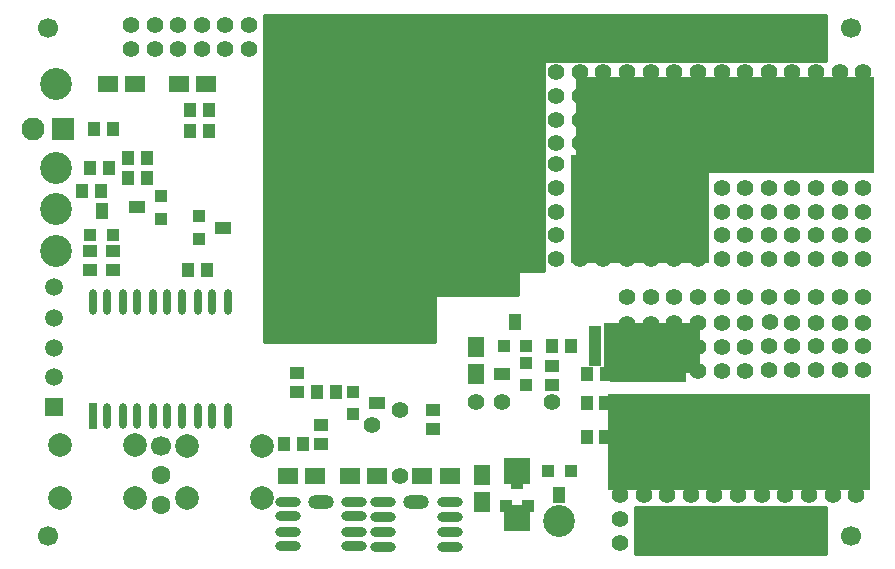
<source format=gts>
%FSLAX42Y42*%
%MOMM*%
G71*
G01*
G75*
%ADD10C,0.45*%
%ADD11O,2.00X1.00*%
%ADD12R,1.50X1.25*%
%ADD13O,0.50X2.00*%
%ADD14R,0.80X0.95*%
%ADD15R,0.90X0.95*%
%ADD16R,0.91X0.91*%
%ADD17R,1.27X0.91*%
%ADD18R,0.91X1.27*%
%ADD19R,0.90X0.90*%
%ADD20R,0.90X1.25*%
%ADD21R,2.00X2.00*%
%ADD22R,0.90X3.20*%
%ADD23R,11.50X9.00*%
%ADD24R,6.35X1.52*%
%ADD25R,1.25X1.50*%
%ADD26R,0.95X0.80*%
%ADD27R,0.95X0.90*%
%ADD28O,2.00X0.60*%
%ADD29R,3.20X1.00*%
%ADD30R,0.50X2.00*%
%ADD31R,8.00X4.00*%
%ADD32C,0.50*%
%ADD33C,0.30*%
%ADD34C,1.20*%
%ADD35C,2.50*%
%ADD36C,1.40*%
%ADD37C,1.50*%
%ADD38C,1.80*%
%ADD39R,22.00X8.00*%
%ADD40R,1.75X1.75*%
%ADD41C,1.75*%
%ADD42R,25.00X8.00*%
%ADD43R,1.30X1.30*%
%ADD44C,1.30*%
%ADD45O,2.20X1.20*%
%ADD46R,1.70X1.45*%
%ADD47O,0.70X2.20*%
%ADD48R,1.00X1.15*%
%ADD49R,1.10X1.15*%
%ADD50R,1.12X1.12*%
%ADD51R,1.47X1.12*%
%ADD52R,1.12X1.47*%
%ADD53R,1.10X1.10*%
%ADD54R,1.10X1.45*%
%ADD55R,2.20X2.20*%
%ADD56R,1.10X3.40*%
%ADD57R,11.70X9.20*%
%ADD58R,6.55X1.73*%
%ADD59R,1.45X1.70*%
%ADD60R,1.15X1.00*%
%ADD61R,1.15X1.10*%
%ADD62O,2.20X0.80*%
%ADD63R,3.40X1.20*%
%ADD64R,0.70X2.20*%
%ADD65R,8.20X4.20*%
%ADD66C,1.40*%
%ADD67C,2.70*%
%ADD68C,1.60*%
%ADD69C,1.70*%
%ADD70C,2.00*%
%ADD71R,22.20X8.20*%
%ADD72R,1.95X1.95*%
%ADD73C,1.95*%
%ADD74R,25.20X8.20*%
%ADD75R,1.50X1.50*%
%ADD76C,1.50*%
D10*
X11432Y-2292D02*
Y-1915D01*
X11400Y-2292D02*
Y-1915D01*
X11360Y-2292D02*
Y-1915D01*
X11320Y-2292D02*
Y-1915D01*
X11280Y-2292D02*
Y-1915D01*
X11240Y-2292D02*
Y-1915D01*
X11200Y-2292D02*
Y-1915D01*
X11160Y-2292D02*
Y-1915D01*
X11120Y-2292D02*
Y-1915D01*
X11080Y-2292D02*
Y-1915D01*
X11040Y-2292D02*
Y-1915D01*
X11000Y-2292D02*
Y-1915D01*
X10960Y-2292D02*
Y-1915D01*
X10920Y-2292D02*
Y-1915D01*
X10880Y-2292D02*
Y-1915D01*
X10840Y-2292D02*
Y-1915D01*
X10800Y-2292D02*
Y-1915D01*
X10760Y-2292D02*
Y-1915D01*
X10720Y-2292D02*
Y-1915D01*
X10680Y-2292D02*
Y-1915D01*
X10640Y-2292D02*
Y-1915D01*
X10600Y-2292D02*
Y-1915D01*
X10560Y-2292D02*
Y-1915D01*
X10520Y-2292D02*
Y-1915D01*
X10480Y-2292D02*
Y-1915D01*
X10440Y-2292D02*
Y-1915D01*
X10400Y-2292D02*
Y-1915D01*
X9825D02*
X11432D01*
X9825Y-1920D02*
X11432D01*
X9825Y-1960D02*
X11432D01*
X9825Y-2000D02*
X11432D01*
X9825Y-2040D02*
X11432D01*
X9825Y-2080D02*
X11432D01*
X9825Y-2120D02*
X11432D01*
X10360Y-2292D02*
Y-1915D01*
X10320Y-2292D02*
Y-1915D01*
X9825Y-2160D02*
X11432D01*
X10280Y-2292D02*
Y-1915D01*
X9825Y-2200D02*
X11432D01*
X9825Y-2240D02*
X11432D01*
X9825Y-2280D02*
X11432D01*
X10240Y-2292D02*
Y-1915D01*
X10200Y-2292D02*
Y-1915D01*
X10160Y-2292D02*
Y-1915D01*
X10120Y-2292D02*
Y-1915D01*
X10080Y-2292D02*
Y-1915D01*
X10040Y-2292D02*
Y-1915D01*
X9825Y-2292D02*
X11432D01*
X10000D02*
Y-1915D01*
X9960Y-2292D02*
Y-1915D01*
X9920Y-2292D02*
Y-1915D01*
X9880Y-2292D02*
Y-1915D01*
X9840Y-2292D02*
Y-1915D01*
X9825Y-2292D02*
Y-1915D01*
X8120Y-500D02*
Y-68D01*
X8080Y-500D02*
Y-68D01*
X8040Y-500D02*
Y-68D01*
X8000Y-500D02*
Y-68D01*
X7960Y-500D02*
Y-68D01*
X7920Y-500D02*
Y-68D01*
X7880Y-500D02*
Y-68D01*
X7840Y-500D02*
Y-68D01*
X7800Y-500D02*
Y-68D01*
X7760Y-500D02*
Y-68D01*
X7720Y-500D02*
Y-68D01*
X7680Y-500D02*
Y-68D01*
X7640Y-500D02*
Y-68D01*
X7600Y-500D02*
Y-68D01*
X7560Y-500D02*
Y-68D01*
X7520Y-500D02*
Y-68D01*
X7480Y-500D02*
Y-68D01*
X7440Y-500D02*
Y-68D01*
X7400Y-500D02*
Y-68D01*
X7360Y-500D02*
Y-68D01*
X7320Y-500D02*
Y-68D01*
X7280Y-500D02*
Y-68D01*
X7240Y-500D02*
Y-68D01*
X7200Y-500D02*
Y-68D01*
X7160Y-500D02*
Y-68D01*
X6690D02*
X8120D01*
X6690Y-80D02*
X8120D01*
X6690Y-120D02*
X8120D01*
X6690Y-160D02*
X8120D01*
X6690Y-200D02*
X8120D01*
X6690Y-240D02*
X8120D01*
X6690Y-280D02*
X8120D01*
X6690Y-320D02*
X8120D01*
X7120Y-500D02*
Y-68D01*
X6690Y-360D02*
X8120D01*
X6690Y-400D02*
X8120D01*
X6690Y-440D02*
X8120D01*
X6690Y-480D02*
X8120D01*
X7080Y-500D02*
Y-68D01*
X7040Y-500D02*
Y-68D01*
X7000Y-500D02*
Y-68D01*
X6960Y-500D02*
Y-68D01*
X6920Y-500D02*
Y-68D01*
X6690Y-500D02*
X8120D01*
X6880D02*
Y-68D01*
X6840Y-500D02*
Y-68D01*
X6800Y-500D02*
Y-68D01*
X6760Y-500D02*
Y-68D01*
X6720Y-500D02*
Y-68D01*
X6690Y-500D02*
Y-68D01*
X8720Y1920D02*
X9038D01*
X8720Y1880D02*
X9038D01*
X8720Y1840D02*
X9038D01*
X8720Y1800D02*
X9038D01*
X8720Y1760D02*
X9038D01*
X8720Y1720D02*
X9038D01*
X8720Y1680D02*
X9038D01*
X8720Y1640D02*
X9038D01*
X8720Y1600D02*
X9038D01*
X8720Y1560D02*
X9038D01*
X8720Y1520D02*
X9038D01*
X8720Y1480D02*
X9038D01*
X8720Y1440D02*
X9038D01*
X8720Y1400D02*
X9038D01*
X8720Y1360D02*
X9038D01*
Y102D02*
Y1920D01*
X9000Y102D02*
Y1920D01*
X8720Y1320D02*
X9038D01*
X8720Y1280D02*
X9038D01*
X8720Y1240D02*
X9038D01*
X8720Y1200D02*
X9038D01*
X8720Y102D02*
X9038D01*
X8960D02*
Y1920D01*
X8920Y102D02*
Y1920D01*
X8880Y102D02*
Y1920D01*
X8840Y102D02*
Y1920D01*
X8800Y102D02*
Y1920D01*
X8760Y102D02*
Y1920D01*
X8720Y102D02*
Y1920D01*
Y1160D02*
X9038D01*
X8720Y1120D02*
X9038D01*
X8720Y1080D02*
X9038D01*
X8720Y1040D02*
X9038D01*
X8720Y1000D02*
X9038D01*
X8720Y960D02*
X9038D01*
X8720Y920D02*
X9038D01*
X8720Y880D02*
X9038D01*
X8720Y840D02*
X9038D01*
X8720Y800D02*
X9038D01*
X8720Y760D02*
X9038D01*
X8720Y720D02*
X9038D01*
X8720Y680D02*
X9038D01*
X8720Y640D02*
X9038D01*
X8720Y600D02*
X9038D01*
X8720Y560D02*
X9038D01*
X8720Y520D02*
X9038D01*
X8720Y480D02*
X9038D01*
X8720Y440D02*
X9038D01*
X8720Y400D02*
X9038D01*
X8720Y360D02*
X9038D01*
X8720Y320D02*
X9038D01*
X8720Y102D02*
Y1920D01*
Y280D02*
X9038D01*
X8720Y240D02*
X9038D01*
X8720Y200D02*
X9038D01*
X8720Y160D02*
X9038D01*
X8720Y120D02*
X9038D01*
X11428Y1880D02*
Y2252D01*
X11400Y1880D02*
Y2252D01*
X11360Y1880D02*
Y2252D01*
X11320Y1880D02*
Y2252D01*
X11280Y1880D02*
Y2252D01*
X11240Y1880D02*
Y2252D01*
X11200Y1880D02*
Y2252D01*
X11160Y1880D02*
Y2252D01*
X11120Y1880D02*
Y2252D01*
X11080Y1880D02*
Y2252D01*
X11040Y1880D02*
Y2252D01*
X11000Y1880D02*
Y2252D01*
X10960Y1880D02*
Y2252D01*
X10920Y1880D02*
Y2252D01*
X10880Y1880D02*
Y2252D01*
X10840Y1880D02*
Y2252D01*
X10800Y1880D02*
Y2252D01*
X10760Y1880D02*
Y2252D01*
X10720Y1880D02*
Y2252D01*
X10680Y1880D02*
Y2252D01*
X10640Y1880D02*
Y2252D01*
X10600Y1880D02*
Y2252D01*
X10560Y1880D02*
Y2252D01*
X10520Y1880D02*
Y2252D01*
X10480Y1880D02*
Y2252D01*
X10440Y1880D02*
Y2252D01*
X10400Y1880D02*
Y2252D01*
X10360Y1880D02*
Y2252D01*
X10320Y1880D02*
Y2252D01*
X10280Y1880D02*
Y2252D01*
X10240Y1880D02*
Y2252D01*
X10200Y1880D02*
Y2252D01*
X10160Y1880D02*
Y2252D01*
X10120Y1880D02*
Y2252D01*
X10080Y1880D02*
Y2252D01*
X10040Y1880D02*
Y2252D01*
X10000Y1880D02*
Y2252D01*
X9960Y1880D02*
Y2252D01*
X9920Y1880D02*
Y2252D01*
X9880Y1880D02*
Y2252D01*
X9840Y1880D02*
Y2252D01*
X9800Y1880D02*
Y2252D01*
X8635D02*
X11428D01*
X8635Y2240D02*
X11428D01*
X9760Y1880D02*
Y2252D01*
X8635Y2200D02*
X11428D01*
X8635Y2160D02*
X11428D01*
X8635Y2120D02*
X11428D01*
X8635Y2080D02*
X11428D01*
X8635Y2040D02*
X11428D01*
X8635Y2000D02*
X11428D01*
X8635Y1960D02*
X11428D01*
X8635Y1920D02*
X11428D01*
X9720Y1880D02*
Y2252D01*
X9680Y1880D02*
Y2252D01*
X9640Y1880D02*
Y2252D01*
X9600Y1880D02*
Y2252D01*
X9560Y1880D02*
Y2252D01*
X9520Y1880D02*
Y2252D01*
X9480Y1880D02*
Y2252D01*
X9440Y1880D02*
Y2252D01*
X9400Y1880D02*
Y2252D01*
X9360Y1880D02*
Y2252D01*
X9320Y1880D02*
Y2252D01*
X9280Y1880D02*
Y2252D01*
X9240Y1880D02*
Y2252D01*
X9200Y1880D02*
Y2252D01*
X9160Y1880D02*
Y2252D01*
X9120Y1880D02*
Y2252D01*
X9080Y1880D02*
Y2252D01*
X9040Y1880D02*
Y2252D01*
X9000Y1880D02*
Y2252D01*
X8635Y1880D02*
X11428D01*
X8960D02*
Y2252D01*
X8920Y1880D02*
Y2252D01*
X8880Y1880D02*
Y2252D01*
X8840Y1880D02*
Y2252D01*
X8800Y1880D02*
Y2252D01*
X8760Y1880D02*
Y2252D01*
X8720Y1880D02*
Y2252D01*
X8680Y1880D02*
Y2252D01*
X8640Y1880D02*
Y2252D01*
X8635Y1880D02*
Y2252D01*
X8820Y-100D02*
Y2252D01*
X8800Y-100D02*
Y2252D01*
X8760Y-100D02*
Y2252D01*
X8720Y-100D02*
Y2252D01*
X6690D02*
X8820D01*
X8680Y-100D02*
Y2252D01*
X8640Y-100D02*
Y2252D01*
X8600Y-100D02*
Y2252D01*
X8560Y-100D02*
Y2252D01*
X8520Y-100D02*
Y2252D01*
X8480Y-100D02*
Y2252D01*
X8440Y-100D02*
Y2252D01*
X6690Y2240D02*
X8820D01*
X8400Y-100D02*
Y2252D01*
X8360Y-100D02*
Y2252D01*
X8320Y-100D02*
Y2252D01*
X8280Y-100D02*
Y2252D01*
X8240Y-100D02*
Y2252D01*
X8200Y-100D02*
Y2252D01*
X8160Y-100D02*
Y2252D01*
X8120Y-100D02*
Y2252D01*
X8080Y-100D02*
Y2252D01*
X8040Y-100D02*
Y2252D01*
X8000Y-100D02*
Y2252D01*
X7960Y-100D02*
Y2252D01*
X7920Y-100D02*
Y2252D01*
X7880Y-100D02*
Y2252D01*
X7840Y-100D02*
Y2252D01*
X7800Y-100D02*
Y2252D01*
X7760Y-100D02*
Y2252D01*
X7720Y-100D02*
Y2252D01*
X7680Y-100D02*
Y2252D01*
X7640Y-100D02*
Y2252D01*
X7600Y-100D02*
Y2252D01*
X7560Y-100D02*
Y2252D01*
X7520Y-100D02*
Y2252D01*
X7480Y-100D02*
Y2252D01*
X7440Y-100D02*
Y2252D01*
X7400Y-100D02*
Y2252D01*
X7360Y-100D02*
Y2252D01*
X7320Y-100D02*
Y2252D01*
X7280Y-100D02*
Y2252D01*
X7240Y-100D02*
Y2252D01*
X6690Y-100D02*
X8820D01*
X7200D02*
Y2252D01*
X7160Y-100D02*
Y2252D01*
X7120Y-100D02*
Y2252D01*
X7080Y-100D02*
Y2252D01*
X7040Y-100D02*
Y2252D01*
X7000Y-100D02*
Y2252D01*
X6960Y-100D02*
Y2252D01*
X6920Y-100D02*
Y2252D01*
X6880Y-100D02*
Y2252D01*
X6840Y-100D02*
Y2252D01*
X6800Y-100D02*
Y2252D01*
X6760Y-100D02*
Y2252D01*
X6720Y-100D02*
Y2252D01*
X6690Y-100D02*
Y2252D01*
Y2200D02*
X8820D01*
X6690Y2160D02*
X8820D01*
X6690Y2120D02*
X8820D01*
X6690Y2080D02*
X8820D01*
X6690Y2040D02*
X8820D01*
X6690Y2000D02*
X8820D01*
X6690Y1960D02*
X8820D01*
X6690Y1920D02*
X8820D01*
X6690Y1880D02*
X8820D01*
X6690Y1840D02*
X8820D01*
X6690Y1800D02*
X8820D01*
X6690Y1760D02*
X8820D01*
X6690Y1720D02*
X8820D01*
X6690Y1680D02*
X8820D01*
X6690Y1640D02*
X8820D01*
X6690Y1600D02*
X8820D01*
X6690Y1560D02*
X8820D01*
X6690Y1520D02*
X8820D01*
X6690Y1480D02*
X8820D01*
X6690Y1440D02*
X8820D01*
X6690Y1400D02*
X8820D01*
X6690Y1360D02*
X8820D01*
X6690Y1320D02*
X8820D01*
X6690Y1280D02*
X8820D01*
X6690Y1240D02*
X8820D01*
X6690Y1200D02*
X8820D01*
X6690Y1160D02*
X8820D01*
X6690Y1120D02*
X8820D01*
X6690Y1080D02*
X8820D01*
X6690Y1040D02*
X8820D01*
X6690Y1000D02*
X8820D01*
X6690Y960D02*
X8820D01*
X6690Y920D02*
X8820D01*
X6690Y880D02*
X8820D01*
X6690Y840D02*
X8820D01*
X6690Y800D02*
X8820D01*
X6690Y760D02*
X8820D01*
X6690Y720D02*
X8820D01*
X6690Y680D02*
X8820D01*
X6690Y640D02*
X8820D01*
X6690Y600D02*
X8820D01*
X6690Y560D02*
X8820D01*
X6690Y520D02*
X8820D01*
X6690Y480D02*
X8820D01*
X6690Y440D02*
X8820D01*
X6690Y400D02*
X8820D01*
X6690Y360D02*
X8820D01*
X6690Y320D02*
X8820D01*
X6690Y280D02*
X8820D01*
X6690Y240D02*
X8820D01*
X6690Y200D02*
X8820D01*
X6690Y160D02*
X8820D01*
X6690Y120D02*
X8820D01*
X6690Y80D02*
X8820D01*
X6690Y40D02*
X8820D01*
X6690Y-0D02*
X8820D01*
X6690Y-40D02*
X8820D01*
X6690Y-80D02*
X8820D01*
D45*
X7970Y-1860D02*
D03*
X7162Y-1858D02*
D03*
D46*
X5962Y1673D02*
D03*
X6192D02*
D03*
X5588D02*
D03*
X5358D02*
D03*
X7112Y-1645D02*
D03*
X6882D02*
D03*
X7410Y-1642D02*
D03*
X7640D02*
D03*
X8020D02*
D03*
X8250D02*
D03*
D47*
X5738Y-170D02*
D03*
X5353Y-1135D02*
D03*
X5483D02*
D03*
X5608D02*
D03*
X5862D02*
D03*
X5988D02*
D03*
X6117D02*
D03*
X6242D02*
D03*
X6372D02*
D03*
Y-170D02*
D03*
X6242D02*
D03*
X6117D02*
D03*
X5988D02*
D03*
X5862D02*
D03*
X5608D02*
D03*
X5483D02*
D03*
X5353D02*
D03*
X5228D02*
D03*
X5738Y-1135D02*
D03*
D48*
X5403Y1293D02*
D03*
X9120Y-545D02*
D03*
X9280D02*
D03*
X5242Y1293D02*
D03*
X5690Y877D02*
D03*
X5530D02*
D03*
X5365Y962D02*
D03*
X5205D02*
D03*
X5140Y770D02*
D03*
X5300D02*
D03*
X9570Y-1312D02*
D03*
X9570Y-1025D02*
D03*
X9410Y-1312D02*
D03*
X9575Y-782D02*
D03*
X9415D02*
D03*
X9410Y-1025D02*
D03*
D49*
X6050Y1275D02*
D03*
X6210D02*
D03*
X6050Y1457D02*
D03*
X6210D02*
D03*
X6035Y105D02*
D03*
X6195D02*
D03*
X5690Y1048D02*
D03*
X5530D02*
D03*
X6847Y-1373D02*
D03*
X7007D02*
D03*
X7125Y-927D02*
D03*
X7285D02*
D03*
D50*
X6125Y557D02*
D03*
Y367D02*
D03*
X9275Y-1598D02*
D03*
X9085D02*
D03*
X5808Y535D02*
D03*
X7432Y-927D02*
D03*
Y-1118D02*
D03*
X8900Y-684D02*
D03*
Y-875D02*
D03*
X8710Y-545D02*
D03*
X8900D02*
D03*
X5808Y726D02*
D03*
X5398Y397D02*
D03*
X5208D02*
D03*
D51*
X6328Y461D02*
D03*
X5604Y632D02*
D03*
X7636Y-1024D02*
D03*
X8697Y-778D02*
D03*
D52*
X9178Y-1801D02*
D03*
X8807Y-342D02*
D03*
X5304Y601D02*
D03*
D53*
X8728Y-1892D02*
D03*
X8918D02*
D03*
D54*
X8822Y-1688D02*
D03*
D55*
Y-1998D02*
D03*
Y-1598D02*
D03*
D56*
X9605Y-545D02*
D03*
X9478D02*
D03*
X9732D02*
D03*
X9988D02*
D03*
X10115D02*
D03*
X10243D02*
D03*
D57*
X9860Y622D02*
D03*
D58*
X9928Y-1038D02*
D03*
Y-765D02*
D03*
D59*
X8528Y-1860D02*
D03*
Y-1630D02*
D03*
X8475Y-547D02*
D03*
Y-778D02*
D03*
D60*
X6955Y-768D02*
D03*
X5397Y265D02*
D03*
Y105D02*
D03*
X9115Y-870D02*
D03*
Y-710D02*
D03*
X6955Y-927D02*
D03*
D61*
X5208Y265D02*
D03*
Y105D02*
D03*
X7165Y-1212D02*
D03*
Y-1373D02*
D03*
X8112Y-1085D02*
D03*
Y-1245D02*
D03*
D62*
X6882Y-2238D02*
D03*
X7443Y-1858D02*
D03*
Y-1983D02*
D03*
Y-2112D02*
D03*
Y-2238D02*
D03*
X6882Y-2112D02*
D03*
Y-1983D02*
D03*
Y-1858D02*
D03*
X7690Y-1860D02*
D03*
Y-1985D02*
D03*
Y-2115D02*
D03*
X8250Y-2240D02*
D03*
Y-2115D02*
D03*
Y-1985D02*
D03*
Y-1860D02*
D03*
X7690Y-2240D02*
D03*
D63*
X9755Y-1312D02*
D03*
Y-693D02*
D03*
D64*
X5228Y-1135D02*
D03*
D65*
X9960Y-555D02*
D03*
D66*
X8753Y-5D02*
D03*
X8553D02*
D03*
X8353D02*
D03*
X8153D02*
D03*
X9753Y192D02*
D03*
X6747Y795D02*
D03*
X9150Y1002D02*
D03*
X8950D02*
D03*
X8750D02*
D03*
X8550D02*
D03*
X8350D02*
D03*
X8150D02*
D03*
X7950D02*
D03*
X7750D02*
D03*
X7550D02*
D03*
X7350D02*
D03*
X7150D02*
D03*
X6950D02*
D03*
X6750D02*
D03*
X10353Y-750D02*
D03*
X10153Y-747D02*
D03*
X9953D02*
D03*
X9753D02*
D03*
Y-550D02*
D03*
X10353Y-350D02*
D03*
Y-550D02*
D03*
X10153Y-350D02*
D03*
Y-553D02*
D03*
X9953Y-353D02*
D03*
Y-550D02*
D03*
X11753Y-125D02*
D03*
X11753Y-343D02*
D03*
Y-543D02*
D03*
Y-743D02*
D03*
X11553Y-125D02*
D03*
X11553Y-343D02*
D03*
Y-543D02*
D03*
Y-743D02*
D03*
X11353Y-125D02*
D03*
X11353Y-343D02*
D03*
Y-543D02*
D03*
Y-743D02*
D03*
X11153Y-125D02*
D03*
X10953Y-125D02*
D03*
X11693Y-1025D02*
D03*
Y-1225D02*
D03*
Y-1425D02*
D03*
Y-1605D02*
D03*
Y-1805D02*
D03*
X10753Y-125D02*
D03*
X11493Y-1025D02*
D03*
Y-1225D02*
D03*
Y-1425D02*
D03*
Y-1605D02*
D03*
Y-1805D02*
D03*
X10553Y-125D02*
D03*
X11293Y-1025D02*
D03*
Y-1225D02*
D03*
Y-1425D02*
D03*
Y-1605D02*
D03*
Y-1805D02*
D03*
Y-2005D02*
D03*
Y-2205D02*
D03*
X10353Y-125D02*
D03*
X11093Y-1025D02*
D03*
Y-1225D02*
D03*
Y-1425D02*
D03*
Y-1605D02*
D03*
Y-1805D02*
D03*
Y-2005D02*
D03*
Y-2205D02*
D03*
X10153Y-125D02*
D03*
X10893Y-1025D02*
D03*
Y-1225D02*
D03*
Y-1425D02*
D03*
Y-1605D02*
D03*
Y-1805D02*
D03*
Y-2005D02*
D03*
Y-2205D02*
D03*
X9953Y-125D02*
D03*
X10693Y-1025D02*
D03*
Y-1225D02*
D03*
Y-1605D02*
D03*
Y-1805D02*
D03*
Y-2005D02*
D03*
Y-2205D02*
D03*
X9753Y-125D02*
D03*
X9753Y-353D02*
D03*
X10493Y-1025D02*
D03*
Y-1225D02*
D03*
Y-1425D02*
D03*
Y-1605D02*
D03*
Y-1805D02*
D03*
Y-2005D02*
D03*
Y-2205D02*
D03*
X10293Y-1025D02*
D03*
Y-1225D02*
D03*
Y-1425D02*
D03*
Y-1605D02*
D03*
Y-1805D02*
D03*
Y-2005D02*
D03*
Y-2205D02*
D03*
X10093Y-1025D02*
D03*
Y-1225D02*
D03*
Y-1425D02*
D03*
Y-1605D02*
D03*
Y-1805D02*
D03*
Y-2005D02*
D03*
Y-2205D02*
D03*
X9893Y-1025D02*
D03*
Y-1225D02*
D03*
Y-1425D02*
D03*
Y-1605D02*
D03*
Y-1805D02*
D03*
Y-2005D02*
D03*
Y-2205D02*
D03*
X9693Y-1025D02*
D03*
Y-1225D02*
D03*
Y-1425D02*
D03*
Y-1605D02*
D03*
Y-1805D02*
D03*
Y-2005D02*
D03*
Y-2205D02*
D03*
X11753Y1775D02*
D03*
Y1575D02*
D03*
Y1375D02*
D03*
Y1175D02*
D03*
Y995D02*
D03*
Y795D02*
D03*
Y595D02*
D03*
Y395D02*
D03*
Y195D02*
D03*
X11553Y1775D02*
D03*
Y1575D02*
D03*
Y1375D02*
D03*
Y1175D02*
D03*
Y995D02*
D03*
Y795D02*
D03*
Y595D02*
D03*
Y395D02*
D03*
Y195D02*
D03*
X11353Y2175D02*
D03*
Y1975D02*
D03*
Y1775D02*
D03*
Y1575D02*
D03*
Y1375D02*
D03*
Y1175D02*
D03*
Y995D02*
D03*
Y795D02*
D03*
Y595D02*
D03*
Y395D02*
D03*
Y195D02*
D03*
X11153Y2175D02*
D03*
Y1975D02*
D03*
Y1775D02*
D03*
Y1575D02*
D03*
Y1375D02*
D03*
Y1175D02*
D03*
Y995D02*
D03*
Y795D02*
D03*
Y595D02*
D03*
Y395D02*
D03*
X10953Y2175D02*
D03*
Y1975D02*
D03*
Y1775D02*
D03*
Y1575D02*
D03*
Y1375D02*
D03*
Y1175D02*
D03*
X10953Y995D02*
D03*
Y795D02*
D03*
Y595D02*
D03*
Y395D02*
D03*
Y195D02*
D03*
X10753Y2175D02*
D03*
Y1975D02*
D03*
Y1775D02*
D03*
Y1575D02*
D03*
Y1375D02*
D03*
Y1175D02*
D03*
Y995D02*
D03*
Y795D02*
D03*
Y595D02*
D03*
Y395D02*
D03*
Y195D02*
D03*
X10553Y2175D02*
D03*
Y1975D02*
D03*
Y1775D02*
D03*
Y1575D02*
D03*
Y1175D02*
D03*
X10553Y995D02*
D03*
Y795D02*
D03*
Y595D02*
D03*
Y395D02*
D03*
Y195D02*
D03*
X10353Y2175D02*
D03*
Y1975D02*
D03*
Y1775D02*
D03*
Y1575D02*
D03*
Y1375D02*
D03*
Y1175D02*
D03*
Y995D02*
D03*
X10353Y795D02*
D03*
Y595D02*
D03*
Y395D02*
D03*
Y195D02*
D03*
X10153Y2175D02*
D03*
Y1975D02*
D03*
Y1775D02*
D03*
Y1575D02*
D03*
Y1375D02*
D03*
Y1175D02*
D03*
Y995D02*
D03*
Y795D02*
D03*
Y595D02*
D03*
Y395D02*
D03*
Y195D02*
D03*
X9953Y2175D02*
D03*
Y1975D02*
D03*
Y1775D02*
D03*
Y1575D02*
D03*
Y1375D02*
D03*
Y1175D02*
D03*
Y995D02*
D03*
X9953Y795D02*
D03*
Y595D02*
D03*
Y395D02*
D03*
Y195D02*
D03*
X9753Y2175D02*
D03*
Y1975D02*
D03*
Y1775D02*
D03*
Y1575D02*
D03*
Y1375D02*
D03*
Y1175D02*
D03*
Y995D02*
D03*
Y795D02*
D03*
Y595D02*
D03*
Y395D02*
D03*
X9553Y2175D02*
D03*
Y1975D02*
D03*
Y1775D02*
D03*
Y1575D02*
D03*
Y1375D02*
D03*
X9553Y1175D02*
D03*
X9553Y995D02*
D03*
Y795D02*
D03*
Y595D02*
D03*
Y395D02*
D03*
Y195D02*
D03*
X9353Y2175D02*
D03*
Y1975D02*
D03*
Y1775D02*
D03*
Y1575D02*
D03*
Y1375D02*
D03*
Y1175D02*
D03*
X9353Y995D02*
D03*
X9353Y795D02*
D03*
Y595D02*
D03*
Y395D02*
D03*
Y195D02*
D03*
X9153Y2175D02*
D03*
Y1975D02*
D03*
Y1775D02*
D03*
Y1575D02*
D03*
Y1375D02*
D03*
Y1175D02*
D03*
Y795D02*
D03*
Y595D02*
D03*
Y395D02*
D03*
Y195D02*
D03*
X8953Y2175D02*
D03*
Y1975D02*
D03*
Y1775D02*
D03*
Y1575D02*
D03*
Y1375D02*
D03*
Y1175D02*
D03*
Y795D02*
D03*
Y595D02*
D03*
Y395D02*
D03*
Y195D02*
D03*
X8753Y2175D02*
D03*
Y1975D02*
D03*
Y1775D02*
D03*
Y1575D02*
D03*
Y1375D02*
D03*
Y1175D02*
D03*
Y795D02*
D03*
Y595D02*
D03*
Y395D02*
D03*
Y195D02*
D03*
X8553Y2175D02*
D03*
Y1975D02*
D03*
Y1775D02*
D03*
Y1575D02*
D03*
Y1375D02*
D03*
Y1175D02*
D03*
Y795D02*
D03*
Y595D02*
D03*
Y395D02*
D03*
Y195D02*
D03*
X8353Y2175D02*
D03*
Y1975D02*
D03*
Y1775D02*
D03*
Y1575D02*
D03*
Y1375D02*
D03*
Y1175D02*
D03*
Y795D02*
D03*
Y595D02*
D03*
Y395D02*
D03*
Y195D02*
D03*
X8153Y2175D02*
D03*
Y1975D02*
D03*
Y1775D02*
D03*
Y1575D02*
D03*
Y1375D02*
D03*
Y1175D02*
D03*
Y795D02*
D03*
Y595D02*
D03*
Y395D02*
D03*
Y195D02*
D03*
X7953Y2175D02*
D03*
Y1975D02*
D03*
Y1775D02*
D03*
Y1575D02*
D03*
Y1375D02*
D03*
Y1175D02*
D03*
Y795D02*
D03*
Y595D02*
D03*
Y395D02*
D03*
Y195D02*
D03*
Y-5D02*
D03*
X7753Y2175D02*
D03*
Y1975D02*
D03*
Y1775D02*
D03*
Y1575D02*
D03*
Y1375D02*
D03*
Y1175D02*
D03*
Y795D02*
D03*
Y595D02*
D03*
Y395D02*
D03*
Y195D02*
D03*
Y-5D02*
D03*
X7553Y2175D02*
D03*
Y1975D02*
D03*
Y1775D02*
D03*
Y1575D02*
D03*
Y1375D02*
D03*
Y1175D02*
D03*
Y795D02*
D03*
Y595D02*
D03*
Y395D02*
D03*
Y195D02*
D03*
Y-5D02*
D03*
X7353Y2175D02*
D03*
Y1975D02*
D03*
Y1775D02*
D03*
Y1575D02*
D03*
Y1375D02*
D03*
Y1175D02*
D03*
Y795D02*
D03*
Y595D02*
D03*
Y395D02*
D03*
Y195D02*
D03*
Y-5D02*
D03*
X7153Y2175D02*
D03*
Y1975D02*
D03*
Y1775D02*
D03*
Y1575D02*
D03*
Y1375D02*
D03*
Y1175D02*
D03*
Y795D02*
D03*
Y595D02*
D03*
Y395D02*
D03*
Y195D02*
D03*
Y-5D02*
D03*
X6953Y2175D02*
D03*
Y1975D02*
D03*
Y1775D02*
D03*
Y1575D02*
D03*
Y1375D02*
D03*
Y1175D02*
D03*
Y795D02*
D03*
Y595D02*
D03*
Y395D02*
D03*
Y195D02*
D03*
Y-5D02*
D03*
X6753Y2175D02*
D03*
Y1975D02*
D03*
Y1775D02*
D03*
Y1575D02*
D03*
Y1375D02*
D03*
Y1175D02*
D03*
Y595D02*
D03*
Y395D02*
D03*
Y195D02*
D03*
X6553Y2175D02*
D03*
Y1975D02*
D03*
X6353Y2175D02*
D03*
Y1975D02*
D03*
X6153Y2175D02*
D03*
Y1975D02*
D03*
X5953Y2175D02*
D03*
Y1975D02*
D03*
X5753Y2175D02*
D03*
Y1975D02*
D03*
X5553Y2175D02*
D03*
Y1975D02*
D03*
X11153Y195D02*
D03*
X11153Y-343D02*
D03*
Y-743D02*
D03*
X10960Y-342D02*
D03*
X10953Y-543D02*
D03*
Y-743D02*
D03*
X11153Y-543D02*
D03*
X10753Y-350D02*
D03*
Y-750D02*
D03*
X10560Y-350D02*
D03*
X10553Y-550D02*
D03*
X10553Y-750D02*
D03*
X10753Y-550D02*
D03*
X8475Y-1018D02*
D03*
X8695D02*
D03*
X7830Y-1085D02*
D03*
Y-1642D02*
D03*
X7595Y-1210D02*
D03*
X9115Y-1018D02*
D03*
D67*
X4922Y1673D02*
D03*
X9180Y-2025D02*
D03*
X4920Y615D02*
D03*
Y265D02*
D03*
X4922Y962D02*
D03*
D68*
X5810Y-1635D02*
D03*
Y-1890D02*
D03*
D69*
Y-1385D02*
D03*
X4850Y2150D02*
D03*
Y-2150D02*
D03*
X11647Y2152D02*
D03*
X11650Y-2150D02*
D03*
D70*
X6030Y-1385D02*
D03*
Y-1830D02*
D03*
X6665Y-1385D02*
D03*
Y-1830D02*
D03*
X5585Y-1827D02*
D03*
Y-1382D02*
D03*
X4950Y-1827D02*
D03*
Y-1382D02*
D03*
D71*
X10700Y-1355D02*
D03*
D72*
X4978Y1293D02*
D03*
D73*
X4722D02*
D03*
D74*
X10585Y1330D02*
D03*
D75*
X4903Y-1060D02*
D03*
D76*
Y-805D02*
D03*
Y-555D02*
D03*
Y-300D02*
D03*
Y-45D02*
D03*
M02*

</source>
